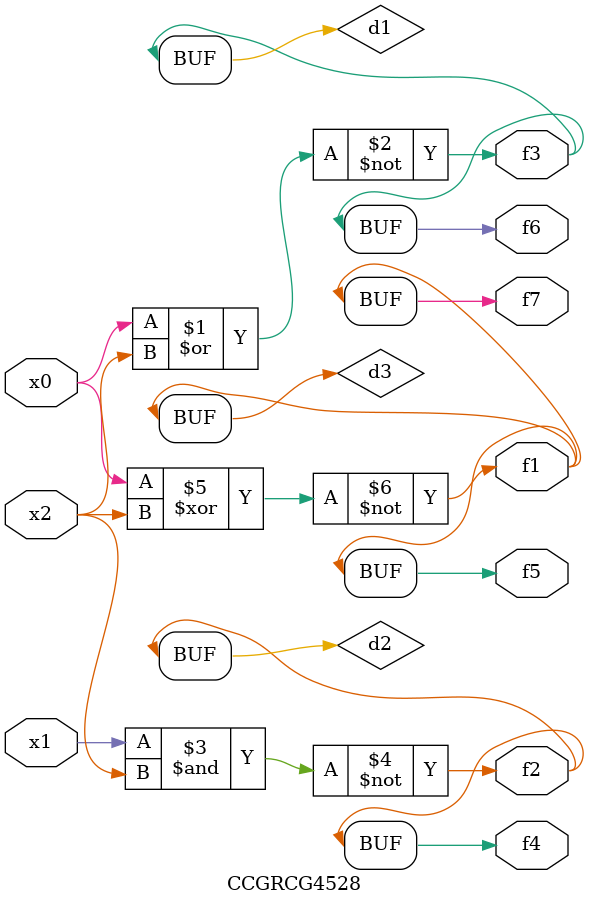
<source format=v>
module CCGRCG4528(
	input x0, x1, x2,
	output f1, f2, f3, f4, f5, f6, f7
);

	wire d1, d2, d3;

	nor (d1, x0, x2);
	nand (d2, x1, x2);
	xnor (d3, x0, x2);
	assign f1 = d3;
	assign f2 = d2;
	assign f3 = d1;
	assign f4 = d2;
	assign f5 = d3;
	assign f6 = d1;
	assign f7 = d3;
endmodule

</source>
